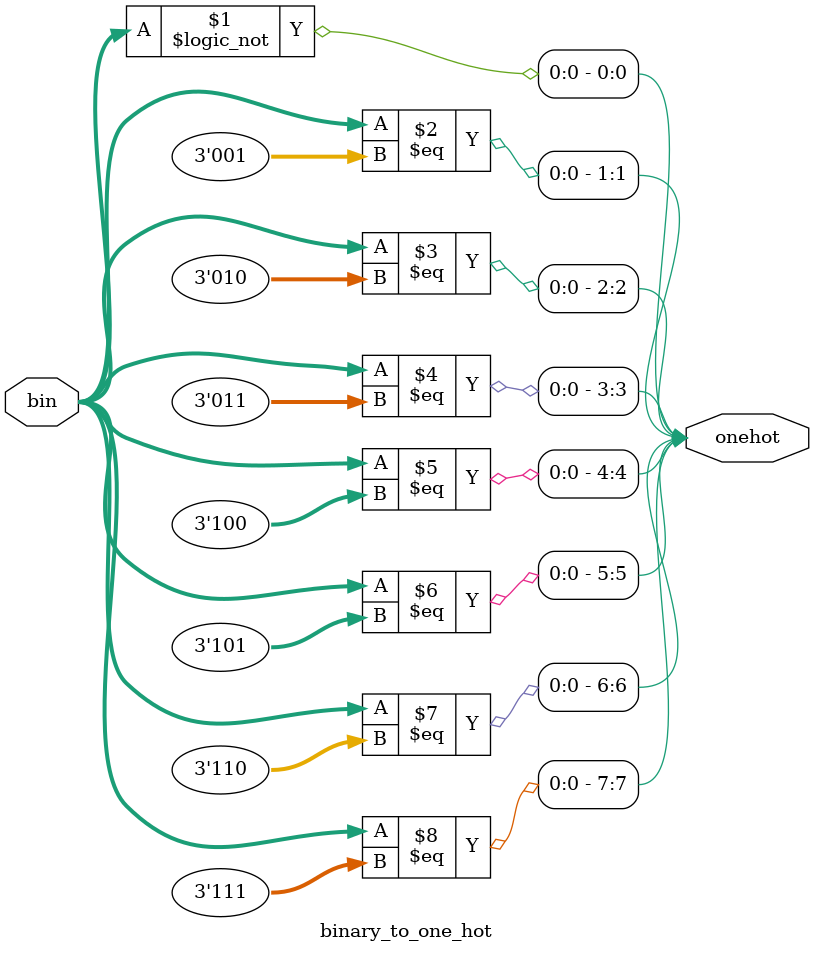
<source format=v>
module binary_to_one_hot #(parameter SIZE_N = 3) 
(
    input [SIZE_N-1:0] bin,
    output [2**SIZE_N-1:0] onehot
);

    generate
        genvar i;
        for(i=0; i<2**SIZE_N; i=  i+1) begin: gen_onehot
            assign onehot[i] = (bin == i);
        end
    endgenerate

endmodule

</source>
